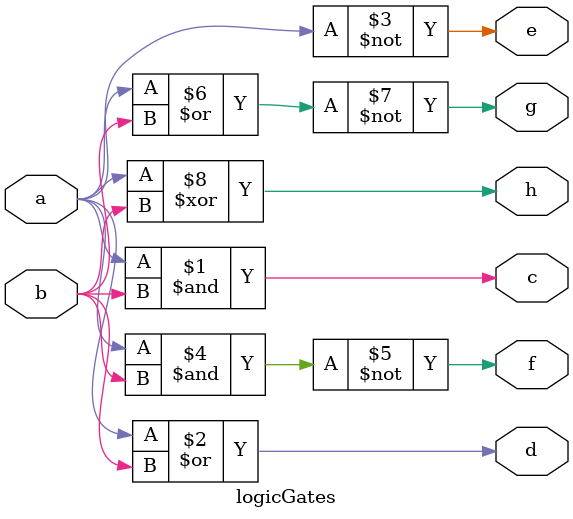
<source format=v>
`timescale 1ns / 1ps


module logicGates(
    input a,
    input b,
    output c,
    output d,
    output e,
    output f,
    output g,
    output h
    );
    
    //c = AND;  d = OR;   e = NOT
    //f = NAND; g = NOR;  h = XOR gate
    
    assign c = a&b;
    assign d = a|b;
    assign e = ~a;
    assign f = ~(a&b);
    assign g = ~(a|b);
    assign h = a^b;
endmodule

</source>
